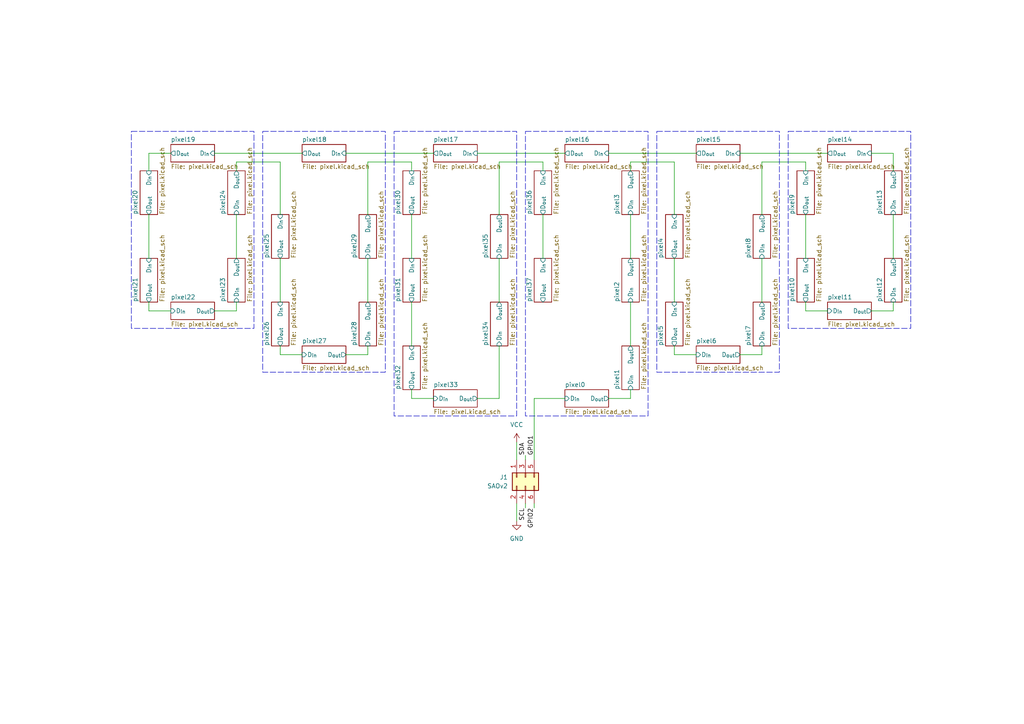
<source format=kicad_sch>
(kicad_sch (version 20230121) (generator eeschema)
  (paper "A4")
  (title_block (title "${title}") (rev "${revision}") (company "${company}") (comment 1 "author: ${author}") (comment 2 "pid: ${pid}"))
  (lib_symbols
    (symbol "Connector_Generic:Conn_02x03_Odd_Even" (pin_names (offset 1.016) hide)
      (property "Reference" "J" (at 1.27 5.08 0))
      (property "Value" "Conn_02x03_Odd_Even" (at 1.27 -5.08 0))
      (symbol "Conn_02x03_Odd_Even_1_1"
        (rectangle (start -1.27 -2.413) (end 0 -2.667) (stroke (width 0.1524)))
        (rectangle (start -1.27 0.127) (end 0 -0.127) (stroke (width 0.1524)))
        (rectangle (start -1.27 2.667) (end 0 2.413) (stroke (width 0.1524)))
        (rectangle (start -1.27 3.81) (end 3.81 -3.81) (stroke (width 0.254)) (fill (type background)))
        (rectangle (start 3.81 -2.413) (end 2.54 -2.667) (stroke (width 0.1524)))
        (rectangle (start 3.81 0.127) (end 2.54 -0.127) (stroke (width 0.1524)))
        (rectangle (start 3.81 2.667) (end 2.54 2.413) (stroke (width 0.1524)))
        (pin passive line (at -5.08 2.54 0) (length 3.81) (name "Pin_1") (number "1"))
        (pin passive line (at 7.62 2.54 180) (length 3.81) (name "Pin_2") (number "2"))
        (pin passive line (at -5.08 0 0) (length 3.81) (name "Pin_3") (number "3"))
        (pin passive line (at 7.62 0 180) (length 3.81) (name "Pin_4") (number "4"))
        (pin passive line (at -5.08 -2.54 0) (length 3.81) (name "Pin_5") (number "5"))
        (pin passive line (at 7.62 -2.54 180) (length 3.81) (name "Pin_6") (number "6"))
      )
    )
    (symbol "power:GND" (power) (pin_names (offset 0))
      (property "Value" "GND" (at 0 -3.81 0))
      (symbol "GND_0_1"
        (polyline (pts (xy 0 0) (xy 0 -1.27) (xy 1.27 -1.27) (xy 0 -2.54) (xy -1.27 -1.27) (xy 0 -1.27)))
      )
      (symbol "GND_1_1"
        (pin power_in line (at 0 0 270) (length 0) hide (name "GND") (number "1"))
      )
    )
    (symbol "power:VCC" (power) (pin_names (offset 0))
      (property "Value" "VCC" (at 0 3.81 0))
      (symbol "VCC_0_1"
        (polyline (pts (xy -0.762 1.27) (xy 0 2.54)))
        (polyline (pts (xy 0 0) (xy 0 2.54)))
        (polyline (pts (xy 0 2.54) (xy 0.762 1.27)))
      )
      (symbol "VCC_1_1"
        (pin power_in line (at 0 0 90) (length 0) hide (name "VCC") (number "1"))
      )
    )
  )
  (wire (pts (xy 144.78 115.57) (xy 144.78 100.33)))
  (wire (pts (xy 259.08 90.17) (xy 259.08 87.63)))
  (wire (pts (xy 154.94 115.57) (xy 163.83 115.57)))
  (wire (pts (xy 259.08 62.23) (xy 259.08 74.93)))
  (wire (pts (xy 81.28 46.99) (xy 81.28 62.23)))
  (wire (pts (xy 195.58 74.93) (xy 195.58 87.63)))
  (wire (pts (xy 81.28 100.33) (xy 81.28 102.87)))
  (wire (pts (xy 119.38 62.23) (xy 119.38 74.93)))
  (wire (pts (xy 259.08 44.45) (xy 252.73 44.45)))
  (wire (pts (xy 149.86 128.27) (xy 149.86 133.35)))
  (wire (pts (xy 43.18 44.45) (xy 43.18 49.53)))
  (wire (pts (xy 182.88 46.99) (xy 195.58 46.99)))
  (wire (pts (xy 106.68 46.99) (xy 119.38 46.99)))
  (wire (pts (xy 138.43 115.57) (xy 144.78 115.57)))
  (wire (pts (xy 138.43 44.45) (xy 163.83 44.45)))
  (wire (pts (xy 68.58 90.17) (xy 68.58 87.63)))
  (wire (pts (xy 43.18 90.17) (xy 49.53 90.17)))
  (wire (pts (xy 106.68 74.93) (xy 106.68 87.63)))
  (wire (pts (xy 81.28 102.87) (xy 87.63 102.87)))
  (wire (pts (xy 43.18 87.63) (xy 43.18 90.17)))
  (wire (pts (xy 259.08 49.53) (xy 259.08 44.45)))
  (wire (pts (xy 144.78 62.23) (xy 144.78 46.99)))
  (wire (pts (xy 119.38 115.57) (xy 125.73 115.57)))
  (wire (pts (xy 220.98 74.93) (xy 220.98 87.63)))
  (wire (pts (xy 68.58 46.99) (xy 81.28 46.99)))
  (wire (pts (xy 154.94 115.57) (xy 154.94 133.35)))
  (wire (pts (xy 220.98 46.99) (xy 233.68 46.99)))
  (wire (pts (xy 182.88 62.23) (xy 182.88 74.93)))
  (wire (pts (xy 233.68 90.17) (xy 240.03 90.17)))
  (wire (pts (xy 182.88 115.57) (xy 182.88 113.03)))
  (wire (pts (xy 176.53 44.45) (xy 201.93 44.45)))
  (wire (pts (xy 68.58 49.53) (xy 68.58 46.99)))
  (wire (pts (xy 157.48 46.99) (xy 157.48 49.53)))
  (wire (pts (xy 195.58 46.99) (xy 195.58 62.23)))
  (wire (pts (xy 119.38 113.03) (xy 119.38 115.57)))
  (wire (pts (xy 62.23 90.17) (xy 68.58 90.17)))
  (wire (pts (xy 152.4 146.05) (xy 152.4 147.32)))
  (wire (pts (xy 106.68 102.87) (xy 106.68 100.33)))
  (wire (pts (xy 152.4 132.08) (xy 152.4 133.35)))
  (wire (pts (xy 195.58 100.33) (xy 195.58 102.87)))
  (wire (pts (xy 182.88 49.53) (xy 182.88 46.99)))
  (wire (pts (xy 100.33 44.45) (xy 125.73 44.45)))
  (wire (pts (xy 49.53 44.45) (xy 43.18 44.45)))
  (wire (pts (xy 81.28 74.93) (xy 81.28 87.63)))
  (wire (pts (xy 144.78 46.99) (xy 157.48 46.99)))
  (wire (pts (xy 144.78 74.93) (xy 144.78 87.63)))
  (wire (pts (xy 214.63 44.45) (xy 240.03 44.45)))
  (wire (pts (xy 252.73 90.17) (xy 259.08 90.17)))
  (wire (pts (xy 106.68 62.23) (xy 106.68 46.99)))
  (wire (pts (xy 176.53 115.57) (xy 182.88 115.57)))
  (wire (pts (xy 220.98 102.87) (xy 220.98 100.33)))
  (wire (pts (xy 149.86 146.05) (xy 149.86 151.13)))
  (wire (pts (xy 119.38 87.63) (xy 119.38 100.33)))
  (wire (pts (xy 157.48 62.23) (xy 157.48 74.93)))
  (wire (pts (xy 233.68 62.23) (xy 233.68 74.93)))
  (wire (pts (xy 43.18 62.23) (xy 43.18 74.93)))
  (wire (pts (xy 100.33 102.87) (xy 106.68 102.87)))
  (wire (pts (xy 182.88 87.63) (xy 182.88 100.33)))
  (wire (pts (xy 154.94 146.05) (xy 154.94 147.32)))
  (wire (pts (xy 68.58 62.23) (xy 68.58 74.93)))
  (wire (pts (xy 233.68 46.99) (xy 233.68 49.53)))
  (wire (pts (xy 119.38 46.99) (xy 119.38 49.53)))
  (wire (pts (xy 220.98 62.23) (xy 220.98 46.99)))
  (wire (pts (xy 195.58 102.87) (xy 201.93 102.87)))
  (wire (pts (xy 214.63 102.87) (xy 220.98 102.87)))
  (wire (pts (xy 233.68 87.63) (xy 233.68 90.17)))
  (wire (pts (xy 62.23 44.45) (xy 87.63 44.45)))
  (rectangle (start 190.5 38.1) (end 226.06 107.95) (stroke (width 0) (type dash)))
  (rectangle (start 38.1 38.1) (end 73.66 95.25) (stroke (width 0) (type dash)))
  (rectangle (start 114.3 38.1) (end 149.86 120.65) (stroke (width 0) (type dash)))
  (rectangle (start 152.4 38.1) (end 187.96 120.65) (stroke (width 0) (type dash)))
  (rectangle (start 228.6 38.1) (end 264.16 95.25) (stroke (width 0) (type dash)))
  (rectangle (start 76.2 38.1) (end 111.76 107.95) (stroke (width 0) (type dash)))
  (label "SCL" (at 152.4 147.32 270))
  (label "GPIO2" (at 154.94 147.32 270))
  (label "GPIO1" (at 154.94 132.08 90))
  (label "SDA" (at 152.4 132.08 90))
  (symbol (lib_id "Connector_Generic:Conn_02x03_Odd_Even") (at 152.4 138.43 90) (mirror x) (unit 1)
    (property "Reference" "J1" (at 147.32 138.43 90) (effects (justify left)))
    (property "Value" "SAOv2" (at 147.32 140.97 90) (effects (justify left)))
    (property "Footprint" "Connector_IDC:IDC-Header_2x03_P2.54mm_Vertical_SMD" (effects hide))
    (property "LCSC" "C4749176" (effects hide))
  )
  (symbol (lib_id "power:GND") (at 149.86 151.13 0) (unit 1)
    (property "Reference" "#PWR02" (effects hide))
    (property "Value" "GND" (at 149.86 156.21 0))
  )
  (symbol (lib_id "power:VCC") (at 149.86 128.27 0) (unit 1)
    (property "Reference" "#PWR01" (effects hide))
    (property "Value" "VCC" (at 149.86 123.19 0))
  )
  (sheet (at 142.24 62.23) (size 5.08 12.7) (stroke (width 0.1524))
    (property "Sheetname" "pixel35" (at 141.5284 74.93 90) (effects (justify left bottom)))
    (property "Sheetfile" "pixel.kicad_sch" (at 147.9046 74.93 90) (effects (justify left top)))
    (pin "D_{in}" input (at 144.78 74.93 270))
    (pin "D_{out}" output (at 144.78 62.23 90))
  )
  (sheet (at 87.63 41.91) (size 12.7 5.08) (stroke (width 0.1524))
    (property "Sheetname" "pixel18" (at 87.63 41.1984 0) (effects (justify left bottom)))
    (property "Sheetfile" "pixel.kicad_sch" (at 87.63 47.5746 0) (effects (justify left top)))
    (pin "D_{in}" input (at 100.33 44.45 0))
    (pin "D_{out}" output (at 87.63 44.45 180))
  )
  (sheet (at 66.04 49.53) (size 5.08 12.7) (stroke (width 0.1524))
    (property "Sheetname" "pixel24" (at 65.3284 62.23 90) (effects (justify left bottom)))
    (property "Sheetfile" "pixel.kicad_sch" (at 71.7046 62.23 90) (effects (justify left top)))
    (pin "D_{in}" input (at 68.58 62.23 270))
    (pin "D_{out}" output (at 68.58 49.53 90))
  )
  (sheet (at 104.14 62.23) (size 5.08 12.7) (stroke (width 0.1524))
    (property "Sheetname" "pixel29" (at 103.4284 74.93 90) (effects (justify left bottom)))
    (property "Sheetfile" "pixel.kicad_sch" (at 109.8046 74.93 90) (effects (justify left top)))
    (pin "D_{in}" input (at 106.68 74.93 270))
    (pin "D_{out}" output (at 106.68 62.23 90))
  )
  (sheet (at 40.64 49.53) (size 5.08 12.7) (stroke (width 0.1524))
    (property "Sheetname" "pixel20" (at 39.9284 62.23 90) (effects (justify left bottom)))
    (property "Sheetfile" "pixel.kicad_sch" (at 46.3046 62.23 90) (effects (justify left top)))
    (pin "D_{in}" input (at 43.18 49.53 90))
    (pin "D_{out}" output (at 43.18 62.23 270))
  )
  (sheet (at 180.34 49.53) (size 5.08 12.7) (stroke (width 0.1524))
    (property "Sheetname" "pixel3" (at 179.6284 62.23 90) (effects (justify left bottom)))
    (property "Sheetfile" "pixel.kicad_sch" (at 186.0046 62.23 90) (effects (justify left top)))
    (pin "D_{in}" input (at 182.88 62.23 270))
    (pin "D_{out}" output (at 182.88 49.53 90))
  )
  (sheet (at 218.44 62.23) (size 5.08 12.7) (stroke (width 0.1524))
    (property "Sheetname" "pixel8" (at 217.7284 74.93 90) (effects (justify left bottom)))
    (property "Sheetfile" "pixel.kicad_sch" (at 224.1046 74.93 90) (effects (justify left top)))
    (pin "D_{in}" input (at 220.98 74.93 270))
    (pin "D_{out}" output (at 220.98 62.23 90))
  )
  (sheet (at 87.63 100.33) (size 12.7 5.08) (stroke (width 0.1524))
    (property "Sheetname" "pixel27" (at 87.63 99.6184 0) (effects (justify left bottom)))
    (property "Sheetfile" "pixel.kicad_sch" (at 87.63 105.9946 0) (effects (justify left top)))
    (pin "D_{in}" input (at 87.63 102.87 180))
    (pin "D_{out}" output (at 100.33 102.87 0))
  )
  (sheet (at 40.64 74.93) (size 5.08 12.7) (stroke (width 0.1524))
    (property "Sheetname" "pixel21" (at 39.9284 87.63 90) (effects (justify left bottom)))
    (property "Sheetfile" "pixel.kicad_sch" (at 46.3046 87.63 90) (effects (justify left top)))
    (pin "D_{in}" input (at 43.18 74.93 90))
    (pin "D_{out}" output (at 43.18 87.63 270))
  )
  (sheet (at 49.53 87.63) (size 12.7 5.08) (stroke (width 0.1524))
    (property "Sheetname" "pixel22" (at 49.53 86.9184 0) (effects (justify left bottom)))
    (property "Sheetfile" "pixel.kicad_sch" (at 49.53 93.2946 0) (effects (justify left top)))
    (pin "D_{in}" input (at 49.53 90.17 180))
    (pin "D_{out}" output (at 62.23 90.17 0))
  )
  (sheet (at 154.94 49.53) (size 5.08 12.7) (stroke (width 0.1524))
    (property "Sheetname" "pixel36" (at 154.2284 62.23 90) (effects (justify left bottom)))
    (property "Sheetfile" "pixel.kicad_sch" (at 160.6046 62.23 90) (effects (justify left top)))
    (pin "D_{in}" input (at 157.48 49.53 90))
    (pin "D_{out}" output (at 157.48 62.23 270))
  )
  (sheet (at 163.83 41.91) (size 12.7 5.08) (stroke (width 0.1524))
    (property "Sheetname" "pixel16" (at 163.83 41.1984 0) (effects (justify left bottom)))
    (property "Sheetfile" "pixel.kicad_sch" (at 163.83 47.5746 0) (effects (justify left top)))
    (pin "D_{in}" input (at 176.53 44.45 0))
    (pin "D_{out}" output (at 163.83 44.45 180))
  )
  (sheet (at 240.03 87.63) (size 12.7 5.08) (stroke (width 0.1524))
    (property "Sheetname" "pixel11" (at 240.03 86.9184 0) (effects (justify left bottom)))
    (property "Sheetfile" "pixel.kicad_sch" (at 240.03 93.2946 0) (effects (justify left top)))
    (pin "D_{in}" input (at 240.03 90.17 180))
    (pin "D_{out}" output (at 252.73 90.17 0))
  )
  (sheet (at 66.04 74.93) (size 5.08 12.7) (stroke (width 0.1524))
    (property "Sheetname" "pixel23" (at 65.3284 87.63 90) (effects (justify left bottom)))
    (property "Sheetfile" "pixel.kicad_sch" (at 71.7046 87.63 90) (effects (justify left top)))
    (pin "D_{in}" input (at 68.58 87.63 270))
    (pin "D_{out}" output (at 68.58 74.93 90))
  )
  (sheet (at 49.53 41.91) (size 12.7 5.08) (stroke (width 0.1524))
    (property "Sheetname" "pixel19" (at 49.53 41.1984 0) (effects (justify left bottom)))
    (property "Sheetfile" "pixel.kicad_sch" (at 49.53 47.5746 0) (effects (justify left top)))
    (pin "D_{in}" input (at 62.23 44.45 0))
    (pin "D_{out}" output (at 49.53 44.45 180))
  )
  (sheet (at 116.84 100.33) (size 5.08 12.7) (stroke (width 0.1524))
    (property "Sheetname" "pixel32" (at 116.1284 113.03 90) (effects (justify left bottom)))
    (property "Sheetfile" "pixel.kicad_sch" (at 122.5046 113.03 90) (effects (justify left top)))
    (pin "D_{in}" input (at 119.38 100.33 90))
    (pin "D_{out}" output (at 119.38 113.03 270))
  )
  (sheet (at 231.14 74.93) (size 5.08 12.7) (stroke (width 0.1524))
    (property "Sheetname" "pixel10" (at 230.4284 87.63 90) (effects (justify left bottom)))
    (property "Sheetfile" "pixel.kicad_sch" (at 236.8046 87.63 90) (effects (justify left top)))
    (pin "D_{in}" input (at 233.68 74.93 90))
    (pin "D_{out}" output (at 233.68 87.63 270))
  )
  (sheet (at 256.54 74.93) (size 5.08 12.7) (stroke (width 0.1524))
    (property "Sheetname" "pixel12" (at 255.8284 87.63 90) (effects (justify left bottom)))
    (property "Sheetfile" "pixel.kicad_sch" (at 262.2046 87.63 90) (effects (justify left top)))
    (pin "D_{in}" input (at 259.08 87.63 270))
    (pin "D_{out}" output (at 259.08 74.93 90))
  )
  (sheet (at 78.74 62.23) (size 5.08 12.7) (stroke (width 0.1524))
    (property "Sheetname" "pixel25" (at 78.0284 74.93 90) (effects (justify left bottom)))
    (property "Sheetfile" "pixel.kicad_sch" (at 84.4046 74.93 90) (effects (justify left top)))
    (pin "D_{in}" input (at 81.28 62.23 90))
    (pin "D_{out}" output (at 81.28 74.93 270))
  )
  (sheet (at 78.74 87.63) (size 5.08 12.7) (stroke (width 0.1524))
    (property "Sheetname" "pixel26" (at 78.0284 100.33 90) (effects (justify left bottom)))
    (property "Sheetfile" "pixel.kicad_sch" (at 84.4046 100.33 90) (effects (justify left top)))
    (pin "D_{in}" input (at 81.28 87.63 90))
    (pin "D_{out}" output (at 81.28 100.33 270))
  )
  (sheet (at 142.24 87.63) (size 5.08 12.7) (stroke (width 0.1524))
    (property "Sheetname" "pixel34" (at 141.5284 100.33 90) (effects (justify left bottom)))
    (property "Sheetfile" "pixel.kicad_sch" (at 147.9046 100.33 90) (effects (justify left top)))
    (pin "D_{in}" input (at 144.78 100.33 270))
    (pin "D_{out}" output (at 144.78 87.63 90))
  )
  (sheet (at 116.84 49.53) (size 5.08 12.7) (stroke (width 0.1524))
    (property "Sheetname" "pixel30" (at 116.1284 62.23 90) (effects (justify left bottom)))
    (property "Sheetfile" "pixel.kicad_sch" (at 122.5046 62.23 90) (effects (justify left top)))
    (pin "D_{in}" input (at 119.38 49.53 90))
    (pin "D_{out}" output (at 119.38 62.23 270))
  )
  (sheet (at 231.14 49.53) (size 5.08 12.7) (stroke (width 0.1524))
    (property "Sheetname" "pixel9" (at 230.4284 62.23 90) (effects (justify left bottom)))
    (property "Sheetfile" "pixel.kicad_sch" (at 236.8046 62.23 90) (effects (justify left top)))
    (pin "D_{in}" input (at 233.68 49.53 90))
    (pin "D_{out}" output (at 233.68 62.23 270))
  )
  (sheet (at 240.03 41.91) (size 12.7 5.08) (stroke (width 0.1524))
    (property "Sheetname" "pixel14" (at 240.03 41.1984 0) (effects (justify left bottom)))
    (property "Sheetfile" "pixel.kicad_sch" (at 240.03 47.5746 0) (effects (justify left top)))
    (pin "D_{in}" input (at 252.73 44.45 0))
    (pin "D_{out}" output (at 240.03 44.45 180))
  )
  (sheet (at 125.73 41.91) (size 12.7 5.08) (stroke (width 0.1524))
    (property "Sheetname" "pixel17" (at 125.73 41.1984 0) (effects (justify left bottom)))
    (property "Sheetfile" "pixel.kicad_sch" (at 125.73 47.5746 0) (effects (justify left top)))
    (pin "D_{in}" input (at 138.43 44.45 0))
    (pin "D_{out}" output (at 125.73 44.45 180))
  )
  (sheet (at 104.14 87.63) (size 5.08 12.7) (stroke (width 0.1524))
    (property "Sheetname" "pixel28" (at 103.4284 100.33 90) (effects (justify left bottom)))
    (property "Sheetfile" "pixel.kicad_sch" (at 109.8046 100.33 90) (effects (justify left top)))
    (pin "D_{in}" input (at 106.68 100.33 270))
    (pin "D_{out}" output (at 106.68 87.63 90))
  )
  (sheet (at 256.54 49.53) (size 5.08 12.7) (stroke (width 0.1524))
    (property "Sheetname" "pixel13" (at 255.8284 62.23 90) (effects (justify left bottom)))
    (property "Sheetfile" "pixel.kicad_sch" (at 262.2046 62.23 90) (effects (justify left top)))
    (pin "D_{in}" input (at 259.08 62.23 270))
    (pin "D_{out}" output (at 259.08 49.53 90))
  )
  (sheet (at 193.04 87.63) (size 5.08 12.7) (stroke (width 0.1524))
    (property "Sheetname" "pixel5" (at 192.3284 100.33 90) (effects (justify left bottom)))
    (property "Sheetfile" "pixel.kicad_sch" (at 198.7046 100.33 90) (effects (justify left top)))
    (pin "D_{in}" input (at 195.58 87.63 90))
    (pin "D_{out}" output (at 195.58 100.33 270))
  )
  (sheet (at 218.44 87.63) (size 5.08 12.7) (stroke (width 0.1524))
    (property "Sheetname" "pixel7" (at 217.7284 100.33 90) (effects (justify left bottom)))
    (property "Sheetfile" "pixel.kicad_sch" (at 224.1046 100.33 90) (effects (justify left top)))
    (pin "D_{in}" input (at 220.98 100.33 270))
    (pin "D_{out}" output (at 220.98 87.63 90))
  )
  (sheet (at 163.83 113.03) (size 12.7 5.08) (stroke (width 0.1524))
    (property "Sheetname" "pixel0" (at 163.83 112.3184 0) (effects (justify left bottom)))
    (property "Sheetfile" "pixel.kicad_sch" (at 163.83 118.6946 0) (effects (justify left top)))
    (pin "D_{in}" input (at 163.83 115.57 180))
    (pin "D_{out}" output (at 176.53 115.57 0))
  )
  (sheet (at 193.04 62.23) (size 5.08 12.7) (stroke (width 0.1524))
    (property "Sheetname" "pixel4" (at 192.3284 74.93 90) (effects (justify left bottom)))
    (property "Sheetfile" "pixel.kicad_sch" (at 198.7046 74.93 90) (effects (justify left top)))
    (pin "D_{in}" input (at 195.58 62.23 90))
    (pin "D_{out}" output (at 195.58 74.93 270))
  )
  (sheet (at 180.34 100.33) (size 5.08 12.7) (stroke (width 0.1524))
    (property "Sheetname" "pixel1" (at 179.6284 113.03 90) (effects (justify left bottom)))
    (property "Sheetfile" "pixel.kicad_sch" (at 186.0046 113.03 90) (effects (justify left top)))
    (pin "D_{in}" input (at 182.88 113.03 270))
    (pin "D_{out}" output (at 182.88 100.33 90))
  )
  (sheet (at 180.34 74.93) (size 5.08 12.7) (stroke (width 0.1524))
    (property "Sheetname" "pixel2" (at 179.6284 87.63 90) (effects (justify left bottom)))
    (property "Sheetfile" "pixel.kicad_sch" (at 186.0046 87.63 90) (effects (justify left top)))
    (pin "D_{in}" input (at 182.88 87.63 270))
    (pin "D_{out}" output (at 182.88 74.93 90))
  )
  (sheet (at 154.94 74.93) (size 5.08 12.7) (stroke (width 0.1524))
    (property "Sheetname" "pixel37" (at 154.2284 87.63 90) (effects (justify left bottom)))
    (property "Sheetfile" "pixel.kicad_sch" (at 160.6046 87.63 90) (effects (justify left top)))
    (pin "D_{in}" input (at 157.48 74.93 90))
    (pin "D_{out}" output (at 157.48 87.63 270))
  )
  (sheet (at 116.84 74.93) (size 5.08 12.7) (stroke (width 0.1524))
    (property "Sheetname" "pixel31" (at 116.1284 87.63 90) (effects (justify left bottom)))
    (property "Sheetfile" "pixel.kicad_sch" (at 122.5046 87.63 90) (effects (justify left top)))
    (pin "D_{in}" input (at 119.38 74.93 90))
    (pin "D_{out}" output (at 119.38 87.63 270))
  )
  (sheet (at 201.93 100.33) (size 12.7 5.08) (stroke (width 0.1524))
    (property "Sheetname" "pixel6" (at 201.93 99.6184 0) (effects (justify left bottom)))
    (property "Sheetfile" "pixel.kicad_sch" (at 201.93 105.9946 0) (effects (justify left top)))
    (pin "D_{in}" input (at 201.93 102.87 180))
    (pin "D_{out}" output (at 214.63 102.87 0))
  )
  (sheet (at 201.93 41.91) (size 12.7 5.08) (stroke (width 0.1524))
    (property "Sheetname" "pixel15" (at 201.93 41.1984 0) (effects (justify left bottom)))
    (property "Sheetfile" "pixel.kicad_sch" (at 201.93 47.5746 0) (effects (justify left top)))
    (pin "D_{in}" input (at 214.63 44.45 0))
    (pin "D_{out}" output (at 201.93 44.45 180))
  )
  (sheet (at 125.73 113.03) (size 12.7 5.08) (stroke (width 0.1524))
    (property "Sheetname" "pixel33" (at 125.73 112.3184 0) (effects (justify left bottom)))
    (property "Sheetfile" "pixel.kicad_sch" (at 125.73 118.6946 0) (effects (justify left top)))
    (pin "D_{in}" input (at 125.73 115.57 180))
    (pin "D_{out}" output (at 138.43 115.57 0))
  )
)
</source>
